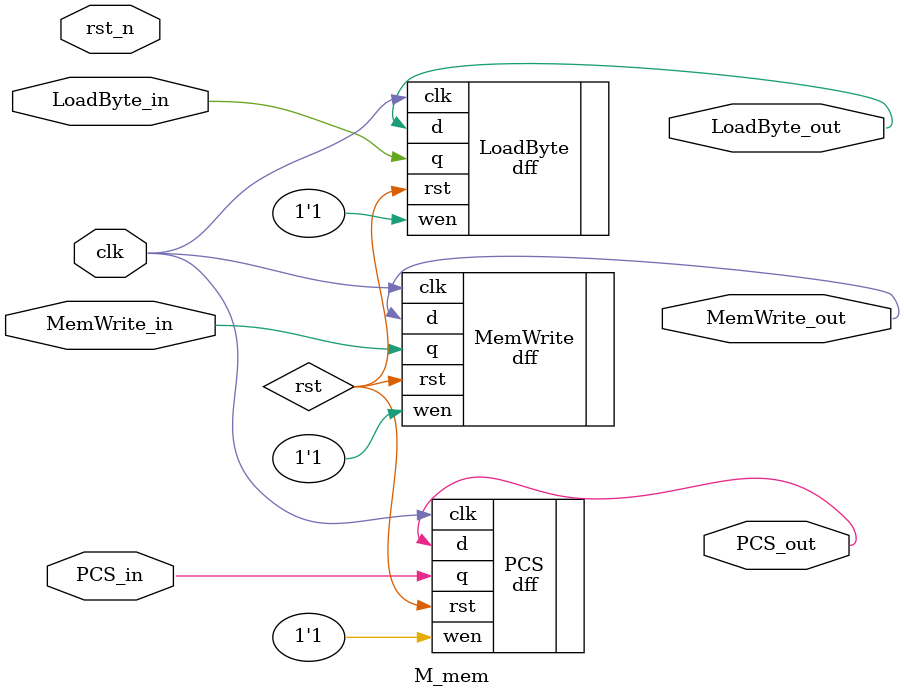
<source format=v>
module M_mem(clk, rst_n, MemWrite_in, PCS_in, LoadByte_in, MemWrite_out, PCS_out, LoadByte_out);
	input clk;
	input rst_n;
	input MemWrite_in, PCS_in, LoadByte_in;
	output MemWrite_out, PCS_out, LoadByte_out;
	
	dff MemWrite(.q(MemWrite_in), .d(MemWrite_out), .wen(1'b1), .clk(clk), .rst(rst));
	dff PCS(.q(PCS_in), .d(PCS_out), .wen(1'b1), .clk(clk), .rst(rst));
	dff LoadByte(.q(LoadByte_in), .d(LoadByte_out), .wen(1'b1), .clk(clk), .rst(rst));

endmodule
</source>
